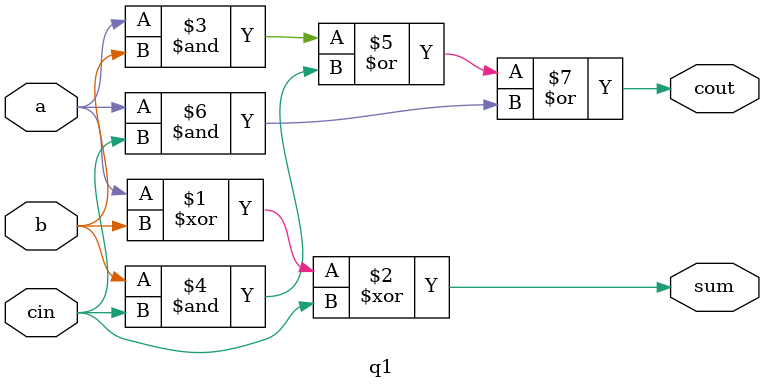
<source format=v>



module q1(
                output sum,
	        output cout,
	        input a,
	        input b, 
	        input cin);

  assign sum = a ^ b ^ cin;
  assign cout = (a & b) | (b & cin) | (a & cin);


endmodule

</source>
